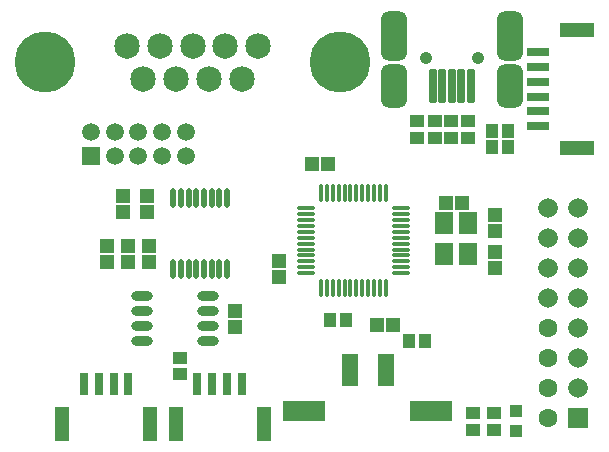
<source format=gts>
G04 Layer_Color=8388736*
%FSLAX44Y44*%
%MOMM*%
G71*
G01*
G75*
%ADD21R,1.0000X1.0000*%
%ADD66R,0.7600X1.8600*%
%ADD67R,1.1600X2.9600*%
%ADD68R,1.8600X0.7600*%
%ADD69R,2.9600X1.1600*%
%ADD70R,3.6144X1.8110*%
%ADD71R,1.4300X2.7000*%
%ADD72R,1.2100X1.2600*%
%ADD73R,1.2600X1.2100*%
%ADD74O,0.3500X1.6500*%
%ADD75O,1.6500X0.3500*%
%ADD76R,1.2100X1.0600*%
%ADD77R,1.0600X1.2100*%
%ADD78R,1.5600X1.9600*%
%ADD79O,0.5500X1.6500*%
%ADD80O,1.8100X0.8100*%
G04:AMPARAMS|DCode=81|XSize=3.66mm|YSize=2.21mm|CornerRadius=0.5925mm|HoleSize=0mm|Usage=FLASHONLY|Rotation=90.000|XOffset=0mm|YOffset=0mm|HoleType=Round|Shape=RoundedRectangle|*
%AMROUNDEDRECTD81*
21,1,3.6600,1.0250,0,0,90.0*
21,1,2.4750,2.2100,0,0,90.0*
1,1,1.1850,0.5125,1.2375*
1,1,1.1850,0.5125,-1.2375*
1,1,1.1850,-0.5125,-1.2375*
1,1,1.1850,-0.5125,1.2375*
%
%ADD81ROUNDEDRECTD81*%
G04:AMPARAMS|DCode=82|XSize=4.16mm|YSize=2.21mm|CornerRadius=0.5925mm|HoleSize=0mm|Usage=FLASHONLY|Rotation=90.000|XOffset=0mm|YOffset=0mm|HoleType=Round|Shape=RoundedRectangle|*
%AMROUNDEDRECTD82*
21,1,4.1600,1.0250,0,0,90.0*
21,1,2.9750,2.2100,0,0,90.0*
1,1,1.1850,0.5125,1.4875*
1,1,1.1850,0.5125,-1.4875*
1,1,1.1850,-0.5125,-1.4875*
1,1,1.1850,-0.5125,1.4875*
%
%ADD82ROUNDEDRECTD82*%
G04:AMPARAMS|DCode=83|XSize=3.66mm|YSize=2.21mm|CornerRadius=0.5925mm|HoleSize=0mm|Usage=FLASHONLY|Rotation=90.000|XOffset=0mm|YOffset=0mm|HoleType=Round|Shape=RoundedRectangle|*
%AMROUNDEDRECTD83*
21,1,3.6600,1.0250,0,0,90.0*
21,1,2.4750,2.2100,0,0,90.0*
1,1,1.1850,0.5125,1.2375*
1,1,1.1850,0.5125,-1.2375*
1,1,1.1850,-0.5125,-1.2375*
1,1,1.1850,-0.5125,1.2375*
%
%ADD83ROUNDEDRECTD83*%
G04:AMPARAMS|DCode=84|XSize=2.96mm|YSize=0.66mm|CornerRadius=0.205mm|HoleSize=0mm|Usage=FLASHONLY|Rotation=90.000|XOffset=0mm|YOffset=0mm|HoleType=Round|Shape=RoundedRectangle|*
%AMROUNDEDRECTD84*
21,1,2.9600,0.2500,0,0,90.0*
21,1,2.5500,0.6600,0,0,90.0*
1,1,0.4100,0.1250,1.2750*
1,1,0.4100,0.1250,-1.2750*
1,1,0.4100,-0.1250,-1.2750*
1,1,0.4100,-0.1250,1.2750*
%
%ADD84ROUNDEDRECTD84*%
%ADD85C,1.5100*%
%ADD86R,1.5100X1.5100*%
%ADD87C,2.1600*%
%ADD88C,5.1600*%
%ADD89R,1.6600X1.6600*%
%ADD90C,1.6000*%
%ADD91C,1.6600*%
%ADD92C,1.0600*%
D21*
X429000Y31950D02*
D03*
Y14950D02*
D03*
D66*
X196525Y54500D02*
D03*
X184025D02*
D03*
X171525D02*
D03*
X159025D02*
D03*
X100500D02*
D03*
X88000D02*
D03*
X75500D02*
D03*
X63000D02*
D03*
D67*
X140525Y21000D02*
D03*
X215025D02*
D03*
X44500D02*
D03*
X119000D02*
D03*
D68*
X447000Y335500D02*
D03*
Y323000D02*
D03*
Y273000D02*
D03*
Y285500D02*
D03*
Y298000D02*
D03*
Y310500D02*
D03*
D69*
X480500Y354000D02*
D03*
Y254500D02*
D03*
D70*
X357102Y31650D02*
D03*
X249100D02*
D03*
D71*
X288000Y66194D02*
D03*
X318240D02*
D03*
D72*
X256250Y241000D02*
D03*
X269750D02*
D03*
X382750Y208000D02*
D03*
X369250D02*
D03*
X324750Y105000D02*
D03*
X311250D02*
D03*
D73*
X228000Y145250D02*
D03*
Y158750D02*
D03*
X191000Y103250D02*
D03*
Y116750D02*
D03*
X96000Y213750D02*
D03*
Y200250D02*
D03*
X116000D02*
D03*
Y213750D02*
D03*
X82000Y158250D02*
D03*
Y171750D02*
D03*
X100000D02*
D03*
Y158250D02*
D03*
X118000D02*
D03*
Y171750D02*
D03*
X411000Y184000D02*
D03*
Y197500D02*
D03*
Y166750D02*
D03*
Y153250D02*
D03*
D74*
X318500Y135750D02*
D03*
X313500D02*
D03*
X308500D02*
D03*
X303500D02*
D03*
X298500D02*
D03*
X293500D02*
D03*
X288500D02*
D03*
X283500D02*
D03*
X278500D02*
D03*
X273500D02*
D03*
X268500D02*
D03*
X263500D02*
D03*
Y216250D02*
D03*
X268500D02*
D03*
X273500D02*
D03*
X278500D02*
D03*
X283500D02*
D03*
X288500D02*
D03*
X293500D02*
D03*
X298500D02*
D03*
X303500D02*
D03*
X308500D02*
D03*
X313500D02*
D03*
X318500D02*
D03*
D75*
X250750Y148500D02*
D03*
Y153500D02*
D03*
Y158500D02*
D03*
Y173500D02*
D03*
Y178500D02*
D03*
Y183500D02*
D03*
Y188500D02*
D03*
Y193500D02*
D03*
Y198500D02*
D03*
Y203500D02*
D03*
X331250D02*
D03*
Y198500D02*
D03*
Y193500D02*
D03*
Y188500D02*
D03*
Y183500D02*
D03*
Y178500D02*
D03*
Y173500D02*
D03*
Y168500D02*
D03*
Y163500D02*
D03*
Y158500D02*
D03*
Y153500D02*
D03*
Y148500D02*
D03*
X250750Y168500D02*
D03*
Y163500D02*
D03*
D76*
X392000Y29950D02*
D03*
Y15950D02*
D03*
X410000Y29950D02*
D03*
Y15950D02*
D03*
X388000Y277000D02*
D03*
Y263000D02*
D03*
X374000Y277000D02*
D03*
Y263000D02*
D03*
X360000Y277000D02*
D03*
Y263000D02*
D03*
X144000Y63000D02*
D03*
Y77000D02*
D03*
X345000Y263000D02*
D03*
Y277000D02*
D03*
D77*
X408000Y269000D02*
D03*
X422000D02*
D03*
X408000Y255000D02*
D03*
X422000D02*
D03*
X352000Y91000D02*
D03*
X338000D02*
D03*
X285000Y109000D02*
D03*
X271000D02*
D03*
D78*
X368000Y190799D02*
D03*
Y164799D02*
D03*
X388000D02*
D03*
Y190799D02*
D03*
D79*
X184000Y212250D02*
D03*
X177500D02*
D03*
X138500Y151750D02*
D03*
X145000D02*
D03*
X151500D02*
D03*
X158000D02*
D03*
X164500D02*
D03*
X171000D02*
D03*
X177500D02*
D03*
X184000D02*
D03*
X138500Y212250D02*
D03*
X145000D02*
D03*
X151500D02*
D03*
X158000D02*
D03*
X164500D02*
D03*
X171000D02*
D03*
D80*
X111750Y129050D02*
D03*
Y116350D02*
D03*
Y103650D02*
D03*
Y90950D02*
D03*
X168250Y129050D02*
D03*
Y116350D02*
D03*
Y103650D02*
D03*
Y90950D02*
D03*
D81*
X423500Y307000D02*
D03*
D82*
Y349500D02*
D03*
X325000D02*
D03*
D83*
Y307000D02*
D03*
D84*
X382250Y307250D02*
D03*
X390250D02*
D03*
X366250D02*
D03*
X358250D02*
D03*
X374250D02*
D03*
D85*
X149000Y268000D02*
D03*
X129000D02*
D03*
X109000D02*
D03*
X89000D02*
D03*
X69000D02*
D03*
X149000Y248000D02*
D03*
X129000D02*
D03*
X109000D02*
D03*
X89000D02*
D03*
D86*
X69000D02*
D03*
D87*
X99450Y341200D02*
D03*
X127150D02*
D03*
X154850D02*
D03*
X182550D02*
D03*
X210250D02*
D03*
X113300Y312800D02*
D03*
X141000D02*
D03*
X168700D02*
D03*
X196400D02*
D03*
D88*
X29900Y327000D02*
D03*
X279800D02*
D03*
D89*
X481000Y25600D02*
D03*
D90*
X455600D02*
D03*
Y51000D02*
D03*
Y76400D02*
D03*
Y101800D02*
D03*
D91*
X481000Y51000D02*
D03*
Y76400D02*
D03*
Y101800D02*
D03*
Y127200D02*
D03*
X455600D02*
D03*
X481000Y152600D02*
D03*
X455600D02*
D03*
X481000Y178000D02*
D03*
X455600D02*
D03*
X481000Y203400D02*
D03*
X455600D02*
D03*
D92*
X396250Y330500D02*
D03*
X352250D02*
D03*
M02*

</source>
